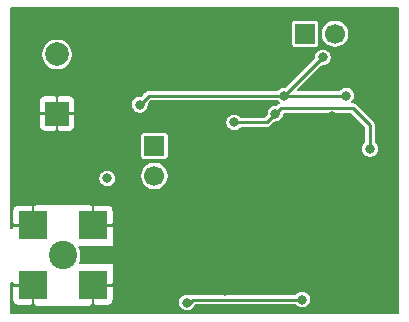
<source format=gbr>
G04 #@! TF.GenerationSoftware,KiCad,Pcbnew,(5.1.4)-1*
G04 #@! TF.CreationDate,2020-06-21T20:29:22+03:00*
G04 #@! TF.ProjectId,naa_g,6e61615f-672e-46b6-9963-61645f706362,rev?*
G04 #@! TF.SameCoordinates,Original*
G04 #@! TF.FileFunction,Copper,L2,Bot*
G04 #@! TF.FilePolarity,Positive*
%FSLAX46Y46*%
G04 Gerber Fmt 4.6, Leading zero omitted, Abs format (unit mm)*
G04 Created by KiCad (PCBNEW (5.1.4)-1) date 2020-06-21 20:29:22*
%MOMM*%
%LPD*%
G04 APERTURE LIST*
%ADD10R,2.000000X2.000000*%
%ADD11C,2.000000*%
%ADD12R,2.400000X2.400000*%
%ADD13C,2.400000*%
%ADD14R,1.700000X1.700000*%
%ADD15C,1.700000*%
%ADD16C,0.800000*%
%ADD17C,0.250000*%
%ADD18C,0.200000*%
G04 APERTURE END LIST*
D10*
X99500000Y-79500000D03*
D11*
X99500000Y-74500000D03*
D12*
X102540000Y-94040000D03*
X97460000Y-94040000D03*
D13*
X100000000Y-91500000D03*
D12*
X102540000Y-88960000D03*
X97460000Y-88960000D03*
D14*
X107750000Y-82250000D03*
D15*
X107750000Y-84790000D03*
D14*
X120500000Y-72750000D03*
D15*
X123040000Y-72750000D03*
D16*
X103750000Y-85000000D03*
X118000000Y-79500000D03*
X114500000Y-80250000D03*
X126000000Y-82500000D03*
X122750000Y-79750000D03*
X122750000Y-76250000D03*
X116500000Y-71000000D03*
X113500000Y-85250000D03*
X124250000Y-85750000D03*
X108250000Y-94750000D03*
X113750000Y-94500000D03*
X106000000Y-89750000D03*
X127000000Y-75500000D03*
X122000000Y-74750000D03*
X118750000Y-78000000D03*
X106500000Y-78750000D03*
X124000000Y-78000000D03*
X110500000Y-95500000D03*
X120250000Y-95250000D03*
D17*
X118000000Y-79500000D02*
X117500000Y-80000000D01*
X117500000Y-80000000D02*
X117250000Y-80250000D01*
X117250000Y-80250000D02*
X114500000Y-80250000D01*
X118475001Y-79024999D02*
X118000000Y-79500000D01*
X124524999Y-79024999D02*
X118475001Y-79024999D01*
X126000000Y-80500000D02*
X124524999Y-79024999D01*
X126000000Y-82500000D02*
X126000000Y-80500000D01*
X107250000Y-78000000D02*
X106500000Y-78750000D01*
X118750000Y-78000000D02*
X122000000Y-74750000D01*
X118750000Y-78000000D02*
X124000000Y-78000000D01*
X110250000Y-78000000D02*
X107250000Y-78000000D01*
X118750000Y-78000000D02*
X110250000Y-78000000D01*
X110750000Y-95500000D02*
X111000000Y-95250000D01*
X110500000Y-95500000D02*
X110750000Y-95500000D01*
X120250000Y-95250000D02*
X111000000Y-95250000D01*
D18*
G36*
X128400000Y-96400000D02*
G01*
X95600000Y-96400000D01*
X95600000Y-95240000D01*
X95707339Y-95240000D01*
X95717958Y-95347819D01*
X95749408Y-95451494D01*
X95800479Y-95547042D01*
X95869210Y-95630790D01*
X95952958Y-95699521D01*
X96048506Y-95750592D01*
X96152181Y-95782042D01*
X96260000Y-95792661D01*
X97297500Y-95790000D01*
X97435000Y-95652500D01*
X97435000Y-94065000D01*
X95847500Y-94065000D01*
X95710000Y-94202500D01*
X95707339Y-95240000D01*
X95600000Y-95240000D01*
X95600000Y-93850000D01*
X95709929Y-93850000D01*
X95710000Y-93877500D01*
X95847500Y-94015000D01*
X97435000Y-94015000D01*
X97435000Y-93995000D01*
X97485000Y-93995000D01*
X97485000Y-94015000D01*
X97505000Y-94015000D01*
X97505000Y-94065000D01*
X97485000Y-94065000D01*
X97485000Y-95652500D01*
X97622500Y-95790000D01*
X97668404Y-95790118D01*
X97676656Y-95805557D01*
X97689092Y-95820711D01*
X97704246Y-95833147D01*
X97721535Y-95842388D01*
X97740294Y-95848079D01*
X97759803Y-95850000D01*
X102259803Y-95850000D01*
X102279312Y-95848079D01*
X102298071Y-95842388D01*
X102315360Y-95833147D01*
X102330514Y-95820711D01*
X102342950Y-95805557D01*
X102351229Y-95790067D01*
X102377500Y-95790000D01*
X102515000Y-95652500D01*
X102515000Y-94065000D01*
X102565000Y-94065000D01*
X102565000Y-95652500D01*
X102702500Y-95790000D01*
X103740000Y-95792661D01*
X103847819Y-95782042D01*
X103951494Y-95750592D01*
X104047042Y-95699521D01*
X104130790Y-95630790D01*
X104199521Y-95547042D01*
X104250592Y-95451494D01*
X104258285Y-95426131D01*
X109750000Y-95426131D01*
X109750000Y-95573869D01*
X109778822Y-95718767D01*
X109835359Y-95855258D01*
X109917437Y-95978097D01*
X110021903Y-96082563D01*
X110144742Y-96164641D01*
X110281233Y-96221178D01*
X110426131Y-96250000D01*
X110573869Y-96250000D01*
X110718767Y-96221178D01*
X110855258Y-96164641D01*
X110978097Y-96082563D01*
X111082563Y-95978097D01*
X111164641Y-95855258D01*
X111218596Y-95725000D01*
X119665368Y-95725000D01*
X119667437Y-95728097D01*
X119771903Y-95832563D01*
X119894742Y-95914641D01*
X120031233Y-95971178D01*
X120176131Y-96000000D01*
X120323869Y-96000000D01*
X120468767Y-95971178D01*
X120605258Y-95914641D01*
X120728097Y-95832563D01*
X120832563Y-95728097D01*
X120914641Y-95605258D01*
X120971178Y-95468767D01*
X121000000Y-95323869D01*
X121000000Y-95176131D01*
X120971178Y-95031233D01*
X120914641Y-94894742D01*
X120832563Y-94771903D01*
X120728097Y-94667437D01*
X120605258Y-94585359D01*
X120468767Y-94528822D01*
X120323869Y-94500000D01*
X120176131Y-94500000D01*
X120031233Y-94528822D01*
X119894742Y-94585359D01*
X119771903Y-94667437D01*
X119667437Y-94771903D01*
X119665368Y-94775000D01*
X111023331Y-94775000D01*
X110999999Y-94772702D01*
X110906883Y-94781873D01*
X110879722Y-94790112D01*
X110817346Y-94809034D01*
X110806151Y-94815018D01*
X110718767Y-94778822D01*
X110573869Y-94750000D01*
X110426131Y-94750000D01*
X110281233Y-94778822D01*
X110144742Y-94835359D01*
X110021903Y-94917437D01*
X109917437Y-95021903D01*
X109835359Y-95144742D01*
X109778822Y-95281233D01*
X109750000Y-95426131D01*
X104258285Y-95426131D01*
X104282042Y-95347819D01*
X104292661Y-95240000D01*
X104290000Y-94202500D01*
X104152500Y-94065000D01*
X102565000Y-94065000D01*
X102515000Y-94065000D01*
X102495000Y-94065000D01*
X102495000Y-94015000D01*
X102515000Y-94015000D01*
X102515000Y-93995000D01*
X102565000Y-93995000D01*
X102565000Y-94015000D01*
X104152500Y-94015000D01*
X104290000Y-93877500D01*
X104290735Y-93591070D01*
X104305557Y-93583147D01*
X104320711Y-93570711D01*
X104333147Y-93555557D01*
X104342388Y-93538268D01*
X104348079Y-93519509D01*
X104350000Y-93500000D01*
X104350000Y-92250000D01*
X104348079Y-92230491D01*
X104342388Y-92211732D01*
X104333147Y-92194443D01*
X104320711Y-92179289D01*
X104305557Y-92166853D01*
X104288268Y-92157612D01*
X104269509Y-92151921D01*
X104250000Y-92150000D01*
X101408469Y-92150000D01*
X101490435Y-91952118D01*
X101550000Y-91652662D01*
X101550000Y-91347338D01*
X101490435Y-91047882D01*
X101382578Y-90787494D01*
X104250000Y-90787494D01*
X104269509Y-90785573D01*
X104288268Y-90779882D01*
X104305557Y-90770641D01*
X104320711Y-90758205D01*
X104333147Y-90743051D01*
X104342388Y-90725762D01*
X104348079Y-90707003D01*
X104350000Y-90687494D01*
X104350000Y-89437494D01*
X104348079Y-89417985D01*
X104342388Y-89399226D01*
X104333147Y-89381937D01*
X104320711Y-89366783D01*
X104305557Y-89354347D01*
X104290574Y-89346339D01*
X104290000Y-89122500D01*
X104152500Y-88985000D01*
X102565000Y-88985000D01*
X102565000Y-89005000D01*
X102515000Y-89005000D01*
X102515000Y-88985000D01*
X102495000Y-88985000D01*
X102495000Y-88935000D01*
X102515000Y-88935000D01*
X102515000Y-87347500D01*
X102565000Y-87347500D01*
X102565000Y-88935000D01*
X104152500Y-88935000D01*
X104290000Y-88797500D01*
X104292661Y-87760000D01*
X104282042Y-87652181D01*
X104250592Y-87548506D01*
X104199521Y-87452958D01*
X104130790Y-87369210D01*
X104047042Y-87300479D01*
X103951494Y-87249408D01*
X103847819Y-87217958D01*
X103740000Y-87207339D01*
X102702500Y-87210000D01*
X102565000Y-87347500D01*
X102515000Y-87347500D01*
X102377500Y-87210000D01*
X102341413Y-87209907D01*
X102333147Y-87194443D01*
X102320711Y-87179289D01*
X102305557Y-87166853D01*
X102288268Y-87157612D01*
X102269509Y-87151921D01*
X102250000Y-87150000D01*
X97750000Y-87150000D01*
X97730491Y-87151921D01*
X97711732Y-87157612D01*
X97694443Y-87166853D01*
X97679289Y-87179289D01*
X97666853Y-87194443D01*
X97658587Y-87209907D01*
X97622500Y-87210000D01*
X97485000Y-87347500D01*
X97485000Y-88935000D01*
X97505000Y-88935000D01*
X97505000Y-88985000D01*
X97485000Y-88985000D01*
X97485000Y-89005000D01*
X97435000Y-89005000D01*
X97435000Y-88985000D01*
X95847500Y-88985000D01*
X95710000Y-89122500D01*
X95709929Y-89150000D01*
X95600000Y-89150000D01*
X95600000Y-87760000D01*
X95707339Y-87760000D01*
X95710000Y-88797500D01*
X95847500Y-88935000D01*
X97435000Y-88935000D01*
X97435000Y-87347500D01*
X97297500Y-87210000D01*
X96260000Y-87207339D01*
X96152181Y-87217958D01*
X96048506Y-87249408D01*
X95952958Y-87300479D01*
X95869210Y-87369210D01*
X95800479Y-87452958D01*
X95749408Y-87548506D01*
X95717958Y-87652181D01*
X95707339Y-87760000D01*
X95600000Y-87760000D01*
X95600000Y-84926131D01*
X103000000Y-84926131D01*
X103000000Y-85073869D01*
X103028822Y-85218767D01*
X103085359Y-85355258D01*
X103167437Y-85478097D01*
X103271903Y-85582563D01*
X103394742Y-85664641D01*
X103531233Y-85721178D01*
X103676131Y-85750000D01*
X103823869Y-85750000D01*
X103968767Y-85721178D01*
X104105258Y-85664641D01*
X104228097Y-85582563D01*
X104332563Y-85478097D01*
X104414641Y-85355258D01*
X104471178Y-85218767D01*
X104500000Y-85073869D01*
X104500000Y-84926131D01*
X104471178Y-84781233D01*
X104425854Y-84671810D01*
X106550000Y-84671810D01*
X106550000Y-84908190D01*
X106596116Y-85140027D01*
X106686574Y-85358413D01*
X106817899Y-85554955D01*
X106985045Y-85722101D01*
X107181587Y-85853426D01*
X107399973Y-85943884D01*
X107631810Y-85990000D01*
X107868190Y-85990000D01*
X108100027Y-85943884D01*
X108318413Y-85853426D01*
X108514955Y-85722101D01*
X108682101Y-85554955D01*
X108813426Y-85358413D01*
X108903884Y-85140027D01*
X108950000Y-84908190D01*
X108950000Y-84671810D01*
X108903884Y-84439973D01*
X108813426Y-84221587D01*
X108682101Y-84025045D01*
X108514955Y-83857899D01*
X108318413Y-83726574D01*
X108100027Y-83636116D01*
X107868190Y-83590000D01*
X107631810Y-83590000D01*
X107399973Y-83636116D01*
X107181587Y-83726574D01*
X106985045Y-83857899D01*
X106817899Y-84025045D01*
X106686574Y-84221587D01*
X106596116Y-84439973D01*
X106550000Y-84671810D01*
X104425854Y-84671810D01*
X104414641Y-84644742D01*
X104332563Y-84521903D01*
X104228097Y-84417437D01*
X104105258Y-84335359D01*
X103968767Y-84278822D01*
X103823869Y-84250000D01*
X103676131Y-84250000D01*
X103531233Y-84278822D01*
X103394742Y-84335359D01*
X103271903Y-84417437D01*
X103167437Y-84521903D01*
X103085359Y-84644742D01*
X103028822Y-84781233D01*
X103000000Y-84926131D01*
X95600000Y-84926131D01*
X95600000Y-81400000D01*
X106548307Y-81400000D01*
X106548307Y-83100000D01*
X106555065Y-83168612D01*
X106575078Y-83234587D01*
X106607578Y-83295390D01*
X106651315Y-83348685D01*
X106704610Y-83392422D01*
X106765413Y-83424922D01*
X106831388Y-83444935D01*
X106900000Y-83451693D01*
X108600000Y-83451693D01*
X108668612Y-83444935D01*
X108734587Y-83424922D01*
X108795390Y-83392422D01*
X108848685Y-83348685D01*
X108892422Y-83295390D01*
X108924922Y-83234587D01*
X108944935Y-83168612D01*
X108951693Y-83100000D01*
X108951693Y-81400000D01*
X108944935Y-81331388D01*
X108924922Y-81265413D01*
X108892422Y-81204610D01*
X108848685Y-81151315D01*
X108795390Y-81107578D01*
X108734587Y-81075078D01*
X108668612Y-81055065D01*
X108600000Y-81048307D01*
X106900000Y-81048307D01*
X106831388Y-81055065D01*
X106765413Y-81075078D01*
X106704610Y-81107578D01*
X106651315Y-81151315D01*
X106607578Y-81204610D01*
X106575078Y-81265413D01*
X106555065Y-81331388D01*
X106548307Y-81400000D01*
X95600000Y-81400000D01*
X95600000Y-80500000D01*
X97947339Y-80500000D01*
X97957958Y-80607819D01*
X97989408Y-80711494D01*
X98040479Y-80807042D01*
X98109210Y-80890790D01*
X98192958Y-80959521D01*
X98288506Y-81010592D01*
X98392181Y-81042042D01*
X98500000Y-81052661D01*
X99337500Y-81050000D01*
X99475000Y-80912500D01*
X99475000Y-79525000D01*
X99525000Y-79525000D01*
X99525000Y-80912500D01*
X99662500Y-81050000D01*
X100500000Y-81052661D01*
X100607819Y-81042042D01*
X100711494Y-81010592D01*
X100807042Y-80959521D01*
X100890790Y-80890790D01*
X100959521Y-80807042D01*
X101010592Y-80711494D01*
X101042042Y-80607819D01*
X101052661Y-80500000D01*
X101050000Y-79662500D01*
X100912500Y-79525000D01*
X99525000Y-79525000D01*
X99475000Y-79525000D01*
X98087500Y-79525000D01*
X97950000Y-79662500D01*
X97947339Y-80500000D01*
X95600000Y-80500000D01*
X95600000Y-78500000D01*
X97947339Y-78500000D01*
X97950000Y-79337500D01*
X98087500Y-79475000D01*
X99475000Y-79475000D01*
X99475000Y-78087500D01*
X99525000Y-78087500D01*
X99525000Y-79475000D01*
X100912500Y-79475000D01*
X101050000Y-79337500D01*
X101052101Y-78676131D01*
X105750000Y-78676131D01*
X105750000Y-78823869D01*
X105778822Y-78968767D01*
X105835359Y-79105258D01*
X105917437Y-79228097D01*
X106021903Y-79332563D01*
X106144742Y-79414641D01*
X106281233Y-79471178D01*
X106426131Y-79500000D01*
X106573869Y-79500000D01*
X106718767Y-79471178D01*
X106855258Y-79414641D01*
X106978097Y-79332563D01*
X107082563Y-79228097D01*
X107164641Y-79105258D01*
X107221178Y-78968767D01*
X107250000Y-78823869D01*
X107250000Y-78676131D01*
X107249273Y-78672477D01*
X107446751Y-78475000D01*
X118165368Y-78475000D01*
X118167437Y-78478097D01*
X118271903Y-78582563D01*
X118282211Y-78589450D01*
X118263603Y-78599397D01*
X118209828Y-78628140D01*
X118137500Y-78687498D01*
X118122626Y-78705623D01*
X118077522Y-78750727D01*
X118073869Y-78750000D01*
X117926131Y-78750000D01*
X117781233Y-78778822D01*
X117644742Y-78835359D01*
X117521903Y-78917437D01*
X117417437Y-79021903D01*
X117335359Y-79144742D01*
X117278822Y-79281233D01*
X117250000Y-79426131D01*
X117250000Y-79573869D01*
X117250727Y-79577523D01*
X117053250Y-79775000D01*
X115084632Y-79775000D01*
X115082563Y-79771903D01*
X114978097Y-79667437D01*
X114855258Y-79585359D01*
X114718767Y-79528822D01*
X114573869Y-79500000D01*
X114426131Y-79500000D01*
X114281233Y-79528822D01*
X114144742Y-79585359D01*
X114021903Y-79667437D01*
X113917437Y-79771903D01*
X113835359Y-79894742D01*
X113778822Y-80031233D01*
X113750000Y-80176131D01*
X113750000Y-80323869D01*
X113778822Y-80468767D01*
X113835359Y-80605258D01*
X113917437Y-80728097D01*
X114021903Y-80832563D01*
X114144742Y-80914641D01*
X114281233Y-80971178D01*
X114426131Y-81000000D01*
X114573869Y-81000000D01*
X114718767Y-80971178D01*
X114855258Y-80914641D01*
X114978097Y-80832563D01*
X115082563Y-80728097D01*
X115084632Y-80725000D01*
X117226668Y-80725000D01*
X117250000Y-80727298D01*
X117273332Y-80725000D01*
X117343116Y-80718127D01*
X117432654Y-80690966D01*
X117515173Y-80646859D01*
X117587501Y-80587501D01*
X117602384Y-80569366D01*
X117922477Y-80249273D01*
X117926131Y-80250000D01*
X118073869Y-80250000D01*
X118218767Y-80221178D01*
X118355258Y-80164641D01*
X118478097Y-80082563D01*
X118582563Y-79978097D01*
X118664641Y-79855258D01*
X118721178Y-79718767D01*
X118750000Y-79573869D01*
X118750000Y-79499999D01*
X124328249Y-79499999D01*
X125525001Y-80696752D01*
X125525000Y-81915367D01*
X125521903Y-81917437D01*
X125417437Y-82021903D01*
X125335359Y-82144742D01*
X125278822Y-82281233D01*
X125250000Y-82426131D01*
X125250000Y-82573869D01*
X125278822Y-82718767D01*
X125335359Y-82855258D01*
X125417437Y-82978097D01*
X125521903Y-83082563D01*
X125644742Y-83164641D01*
X125781233Y-83221178D01*
X125926131Y-83250000D01*
X126073869Y-83250000D01*
X126218767Y-83221178D01*
X126355258Y-83164641D01*
X126478097Y-83082563D01*
X126582563Y-82978097D01*
X126664641Y-82855258D01*
X126721178Y-82718767D01*
X126750000Y-82573869D01*
X126750000Y-82426131D01*
X126721178Y-82281233D01*
X126664641Y-82144742D01*
X126582563Y-82021903D01*
X126478097Y-81917437D01*
X126475000Y-81915368D01*
X126475000Y-80523331D01*
X126477298Y-80499999D01*
X126468127Y-80406883D01*
X126448783Y-80343116D01*
X126440966Y-80317346D01*
X126396859Y-80234827D01*
X126337501Y-80162499D01*
X126319371Y-80147620D01*
X124877383Y-78705633D01*
X124862500Y-78687498D01*
X124790172Y-78628140D01*
X124707653Y-78584033D01*
X124618115Y-78556872D01*
X124548331Y-78549999D01*
X124524999Y-78547701D01*
X124511644Y-78549016D01*
X124582563Y-78478097D01*
X124664641Y-78355258D01*
X124721178Y-78218767D01*
X124750000Y-78073869D01*
X124750000Y-77926131D01*
X124721178Y-77781233D01*
X124664641Y-77644742D01*
X124582563Y-77521903D01*
X124478097Y-77417437D01*
X124355258Y-77335359D01*
X124218767Y-77278822D01*
X124073869Y-77250000D01*
X123926131Y-77250000D01*
X123781233Y-77278822D01*
X123644742Y-77335359D01*
X123521903Y-77417437D01*
X123417437Y-77521903D01*
X123415368Y-77525000D01*
X119896750Y-77525000D01*
X121922478Y-75499273D01*
X121926131Y-75500000D01*
X122073869Y-75500000D01*
X122218767Y-75471178D01*
X122355258Y-75414641D01*
X122478097Y-75332563D01*
X122582563Y-75228097D01*
X122664641Y-75105258D01*
X122721178Y-74968767D01*
X122750000Y-74823869D01*
X122750000Y-74676131D01*
X122721178Y-74531233D01*
X122664641Y-74394742D01*
X122582563Y-74271903D01*
X122478097Y-74167437D01*
X122355258Y-74085359D01*
X122218767Y-74028822D01*
X122073869Y-74000000D01*
X121926131Y-74000000D01*
X121781233Y-74028822D01*
X121644742Y-74085359D01*
X121521903Y-74167437D01*
X121417437Y-74271903D01*
X121335359Y-74394742D01*
X121278822Y-74531233D01*
X121250000Y-74676131D01*
X121250000Y-74823869D01*
X121250727Y-74827522D01*
X118827523Y-77250727D01*
X118823869Y-77250000D01*
X118676131Y-77250000D01*
X118531233Y-77278822D01*
X118394742Y-77335359D01*
X118271903Y-77417437D01*
X118167437Y-77521903D01*
X118165368Y-77525000D01*
X107273331Y-77525000D01*
X107249999Y-77522702D01*
X107156883Y-77531873D01*
X107129722Y-77540112D01*
X107067346Y-77559034D01*
X106984827Y-77603141D01*
X106912499Y-77662499D01*
X106897620Y-77680629D01*
X106577523Y-78000727D01*
X106573869Y-78000000D01*
X106426131Y-78000000D01*
X106281233Y-78028822D01*
X106144742Y-78085359D01*
X106021903Y-78167437D01*
X105917437Y-78271903D01*
X105835359Y-78394742D01*
X105778822Y-78531233D01*
X105750000Y-78676131D01*
X101052101Y-78676131D01*
X101052661Y-78500000D01*
X101042042Y-78392181D01*
X101010592Y-78288506D01*
X100959521Y-78192958D01*
X100890790Y-78109210D01*
X100807042Y-78040479D01*
X100711494Y-77989408D01*
X100607819Y-77957958D01*
X100500000Y-77947339D01*
X99662500Y-77950000D01*
X99525000Y-78087500D01*
X99475000Y-78087500D01*
X99337500Y-77950000D01*
X98500000Y-77947339D01*
X98392181Y-77957958D01*
X98288506Y-77989408D01*
X98192958Y-78040479D01*
X98109210Y-78109210D01*
X98040479Y-78192958D01*
X97989408Y-78288506D01*
X97957958Y-78392181D01*
X97947339Y-78500000D01*
X95600000Y-78500000D01*
X95600000Y-74367037D01*
X98150000Y-74367037D01*
X98150000Y-74632963D01*
X98201880Y-74893780D01*
X98303646Y-75139465D01*
X98451387Y-75360575D01*
X98639425Y-75548613D01*
X98860535Y-75696354D01*
X99106220Y-75798120D01*
X99367037Y-75850000D01*
X99632963Y-75850000D01*
X99893780Y-75798120D01*
X100139465Y-75696354D01*
X100360575Y-75548613D01*
X100548613Y-75360575D01*
X100696354Y-75139465D01*
X100798120Y-74893780D01*
X100850000Y-74632963D01*
X100850000Y-74367037D01*
X100798120Y-74106220D01*
X100696354Y-73860535D01*
X100548613Y-73639425D01*
X100360575Y-73451387D01*
X100139465Y-73303646D01*
X99893780Y-73201880D01*
X99632963Y-73150000D01*
X99367037Y-73150000D01*
X99106220Y-73201880D01*
X98860535Y-73303646D01*
X98639425Y-73451387D01*
X98451387Y-73639425D01*
X98303646Y-73860535D01*
X98201880Y-74106220D01*
X98150000Y-74367037D01*
X95600000Y-74367037D01*
X95600000Y-71900000D01*
X119298307Y-71900000D01*
X119298307Y-73600000D01*
X119305065Y-73668612D01*
X119325078Y-73734587D01*
X119357578Y-73795390D01*
X119401315Y-73848685D01*
X119454610Y-73892422D01*
X119515413Y-73924922D01*
X119581388Y-73944935D01*
X119650000Y-73951693D01*
X121350000Y-73951693D01*
X121418612Y-73944935D01*
X121484587Y-73924922D01*
X121545390Y-73892422D01*
X121598685Y-73848685D01*
X121642422Y-73795390D01*
X121674922Y-73734587D01*
X121694935Y-73668612D01*
X121701693Y-73600000D01*
X121701693Y-72631810D01*
X121840000Y-72631810D01*
X121840000Y-72868190D01*
X121886116Y-73100027D01*
X121976574Y-73318413D01*
X122107899Y-73514955D01*
X122275045Y-73682101D01*
X122471587Y-73813426D01*
X122689973Y-73903884D01*
X122921810Y-73950000D01*
X123158190Y-73950000D01*
X123390027Y-73903884D01*
X123608413Y-73813426D01*
X123804955Y-73682101D01*
X123972101Y-73514955D01*
X124103426Y-73318413D01*
X124193884Y-73100027D01*
X124240000Y-72868190D01*
X124240000Y-72631810D01*
X124193884Y-72399973D01*
X124103426Y-72181587D01*
X123972101Y-71985045D01*
X123804955Y-71817899D01*
X123608413Y-71686574D01*
X123390027Y-71596116D01*
X123158190Y-71550000D01*
X122921810Y-71550000D01*
X122689973Y-71596116D01*
X122471587Y-71686574D01*
X122275045Y-71817899D01*
X122107899Y-71985045D01*
X121976574Y-72181587D01*
X121886116Y-72399973D01*
X121840000Y-72631810D01*
X121701693Y-72631810D01*
X121701693Y-71900000D01*
X121694935Y-71831388D01*
X121674922Y-71765413D01*
X121642422Y-71704610D01*
X121598685Y-71651315D01*
X121545390Y-71607578D01*
X121484587Y-71575078D01*
X121418612Y-71555065D01*
X121350000Y-71548307D01*
X119650000Y-71548307D01*
X119581388Y-71555065D01*
X119515413Y-71575078D01*
X119454610Y-71607578D01*
X119401315Y-71651315D01*
X119357578Y-71704610D01*
X119325078Y-71765413D01*
X119305065Y-71831388D01*
X119298307Y-71900000D01*
X95600000Y-71900000D01*
X95600000Y-70600000D01*
X128400000Y-70600000D01*
X128400000Y-96400000D01*
X128400000Y-96400000D01*
G37*
X128400000Y-96400000D02*
X95600000Y-96400000D01*
X95600000Y-95240000D01*
X95707339Y-95240000D01*
X95717958Y-95347819D01*
X95749408Y-95451494D01*
X95800479Y-95547042D01*
X95869210Y-95630790D01*
X95952958Y-95699521D01*
X96048506Y-95750592D01*
X96152181Y-95782042D01*
X96260000Y-95792661D01*
X97297500Y-95790000D01*
X97435000Y-95652500D01*
X97435000Y-94065000D01*
X95847500Y-94065000D01*
X95710000Y-94202500D01*
X95707339Y-95240000D01*
X95600000Y-95240000D01*
X95600000Y-93850000D01*
X95709929Y-93850000D01*
X95710000Y-93877500D01*
X95847500Y-94015000D01*
X97435000Y-94015000D01*
X97435000Y-93995000D01*
X97485000Y-93995000D01*
X97485000Y-94015000D01*
X97505000Y-94015000D01*
X97505000Y-94065000D01*
X97485000Y-94065000D01*
X97485000Y-95652500D01*
X97622500Y-95790000D01*
X97668404Y-95790118D01*
X97676656Y-95805557D01*
X97689092Y-95820711D01*
X97704246Y-95833147D01*
X97721535Y-95842388D01*
X97740294Y-95848079D01*
X97759803Y-95850000D01*
X102259803Y-95850000D01*
X102279312Y-95848079D01*
X102298071Y-95842388D01*
X102315360Y-95833147D01*
X102330514Y-95820711D01*
X102342950Y-95805557D01*
X102351229Y-95790067D01*
X102377500Y-95790000D01*
X102515000Y-95652500D01*
X102515000Y-94065000D01*
X102565000Y-94065000D01*
X102565000Y-95652500D01*
X102702500Y-95790000D01*
X103740000Y-95792661D01*
X103847819Y-95782042D01*
X103951494Y-95750592D01*
X104047042Y-95699521D01*
X104130790Y-95630790D01*
X104199521Y-95547042D01*
X104250592Y-95451494D01*
X104258285Y-95426131D01*
X109750000Y-95426131D01*
X109750000Y-95573869D01*
X109778822Y-95718767D01*
X109835359Y-95855258D01*
X109917437Y-95978097D01*
X110021903Y-96082563D01*
X110144742Y-96164641D01*
X110281233Y-96221178D01*
X110426131Y-96250000D01*
X110573869Y-96250000D01*
X110718767Y-96221178D01*
X110855258Y-96164641D01*
X110978097Y-96082563D01*
X111082563Y-95978097D01*
X111164641Y-95855258D01*
X111218596Y-95725000D01*
X119665368Y-95725000D01*
X119667437Y-95728097D01*
X119771903Y-95832563D01*
X119894742Y-95914641D01*
X120031233Y-95971178D01*
X120176131Y-96000000D01*
X120323869Y-96000000D01*
X120468767Y-95971178D01*
X120605258Y-95914641D01*
X120728097Y-95832563D01*
X120832563Y-95728097D01*
X120914641Y-95605258D01*
X120971178Y-95468767D01*
X121000000Y-95323869D01*
X121000000Y-95176131D01*
X120971178Y-95031233D01*
X120914641Y-94894742D01*
X120832563Y-94771903D01*
X120728097Y-94667437D01*
X120605258Y-94585359D01*
X120468767Y-94528822D01*
X120323869Y-94500000D01*
X120176131Y-94500000D01*
X120031233Y-94528822D01*
X119894742Y-94585359D01*
X119771903Y-94667437D01*
X119667437Y-94771903D01*
X119665368Y-94775000D01*
X111023331Y-94775000D01*
X110999999Y-94772702D01*
X110906883Y-94781873D01*
X110879722Y-94790112D01*
X110817346Y-94809034D01*
X110806151Y-94815018D01*
X110718767Y-94778822D01*
X110573869Y-94750000D01*
X110426131Y-94750000D01*
X110281233Y-94778822D01*
X110144742Y-94835359D01*
X110021903Y-94917437D01*
X109917437Y-95021903D01*
X109835359Y-95144742D01*
X109778822Y-95281233D01*
X109750000Y-95426131D01*
X104258285Y-95426131D01*
X104282042Y-95347819D01*
X104292661Y-95240000D01*
X104290000Y-94202500D01*
X104152500Y-94065000D01*
X102565000Y-94065000D01*
X102515000Y-94065000D01*
X102495000Y-94065000D01*
X102495000Y-94015000D01*
X102515000Y-94015000D01*
X102515000Y-93995000D01*
X102565000Y-93995000D01*
X102565000Y-94015000D01*
X104152500Y-94015000D01*
X104290000Y-93877500D01*
X104290735Y-93591070D01*
X104305557Y-93583147D01*
X104320711Y-93570711D01*
X104333147Y-93555557D01*
X104342388Y-93538268D01*
X104348079Y-93519509D01*
X104350000Y-93500000D01*
X104350000Y-92250000D01*
X104348079Y-92230491D01*
X104342388Y-92211732D01*
X104333147Y-92194443D01*
X104320711Y-92179289D01*
X104305557Y-92166853D01*
X104288268Y-92157612D01*
X104269509Y-92151921D01*
X104250000Y-92150000D01*
X101408469Y-92150000D01*
X101490435Y-91952118D01*
X101550000Y-91652662D01*
X101550000Y-91347338D01*
X101490435Y-91047882D01*
X101382578Y-90787494D01*
X104250000Y-90787494D01*
X104269509Y-90785573D01*
X104288268Y-90779882D01*
X104305557Y-90770641D01*
X104320711Y-90758205D01*
X104333147Y-90743051D01*
X104342388Y-90725762D01*
X104348079Y-90707003D01*
X104350000Y-90687494D01*
X104350000Y-89437494D01*
X104348079Y-89417985D01*
X104342388Y-89399226D01*
X104333147Y-89381937D01*
X104320711Y-89366783D01*
X104305557Y-89354347D01*
X104290574Y-89346339D01*
X104290000Y-89122500D01*
X104152500Y-88985000D01*
X102565000Y-88985000D01*
X102565000Y-89005000D01*
X102515000Y-89005000D01*
X102515000Y-88985000D01*
X102495000Y-88985000D01*
X102495000Y-88935000D01*
X102515000Y-88935000D01*
X102515000Y-87347500D01*
X102565000Y-87347500D01*
X102565000Y-88935000D01*
X104152500Y-88935000D01*
X104290000Y-88797500D01*
X104292661Y-87760000D01*
X104282042Y-87652181D01*
X104250592Y-87548506D01*
X104199521Y-87452958D01*
X104130790Y-87369210D01*
X104047042Y-87300479D01*
X103951494Y-87249408D01*
X103847819Y-87217958D01*
X103740000Y-87207339D01*
X102702500Y-87210000D01*
X102565000Y-87347500D01*
X102515000Y-87347500D01*
X102377500Y-87210000D01*
X102341413Y-87209907D01*
X102333147Y-87194443D01*
X102320711Y-87179289D01*
X102305557Y-87166853D01*
X102288268Y-87157612D01*
X102269509Y-87151921D01*
X102250000Y-87150000D01*
X97750000Y-87150000D01*
X97730491Y-87151921D01*
X97711732Y-87157612D01*
X97694443Y-87166853D01*
X97679289Y-87179289D01*
X97666853Y-87194443D01*
X97658587Y-87209907D01*
X97622500Y-87210000D01*
X97485000Y-87347500D01*
X97485000Y-88935000D01*
X97505000Y-88935000D01*
X97505000Y-88985000D01*
X97485000Y-88985000D01*
X97485000Y-89005000D01*
X97435000Y-89005000D01*
X97435000Y-88985000D01*
X95847500Y-88985000D01*
X95710000Y-89122500D01*
X95709929Y-89150000D01*
X95600000Y-89150000D01*
X95600000Y-87760000D01*
X95707339Y-87760000D01*
X95710000Y-88797500D01*
X95847500Y-88935000D01*
X97435000Y-88935000D01*
X97435000Y-87347500D01*
X97297500Y-87210000D01*
X96260000Y-87207339D01*
X96152181Y-87217958D01*
X96048506Y-87249408D01*
X95952958Y-87300479D01*
X95869210Y-87369210D01*
X95800479Y-87452958D01*
X95749408Y-87548506D01*
X95717958Y-87652181D01*
X95707339Y-87760000D01*
X95600000Y-87760000D01*
X95600000Y-84926131D01*
X103000000Y-84926131D01*
X103000000Y-85073869D01*
X103028822Y-85218767D01*
X103085359Y-85355258D01*
X103167437Y-85478097D01*
X103271903Y-85582563D01*
X103394742Y-85664641D01*
X103531233Y-85721178D01*
X103676131Y-85750000D01*
X103823869Y-85750000D01*
X103968767Y-85721178D01*
X104105258Y-85664641D01*
X104228097Y-85582563D01*
X104332563Y-85478097D01*
X104414641Y-85355258D01*
X104471178Y-85218767D01*
X104500000Y-85073869D01*
X104500000Y-84926131D01*
X104471178Y-84781233D01*
X104425854Y-84671810D01*
X106550000Y-84671810D01*
X106550000Y-84908190D01*
X106596116Y-85140027D01*
X106686574Y-85358413D01*
X106817899Y-85554955D01*
X106985045Y-85722101D01*
X107181587Y-85853426D01*
X107399973Y-85943884D01*
X107631810Y-85990000D01*
X107868190Y-85990000D01*
X108100027Y-85943884D01*
X108318413Y-85853426D01*
X108514955Y-85722101D01*
X108682101Y-85554955D01*
X108813426Y-85358413D01*
X108903884Y-85140027D01*
X108950000Y-84908190D01*
X108950000Y-84671810D01*
X108903884Y-84439973D01*
X108813426Y-84221587D01*
X108682101Y-84025045D01*
X108514955Y-83857899D01*
X108318413Y-83726574D01*
X108100027Y-83636116D01*
X107868190Y-83590000D01*
X107631810Y-83590000D01*
X107399973Y-83636116D01*
X107181587Y-83726574D01*
X106985045Y-83857899D01*
X106817899Y-84025045D01*
X106686574Y-84221587D01*
X106596116Y-84439973D01*
X106550000Y-84671810D01*
X104425854Y-84671810D01*
X104414641Y-84644742D01*
X104332563Y-84521903D01*
X104228097Y-84417437D01*
X104105258Y-84335359D01*
X103968767Y-84278822D01*
X103823869Y-84250000D01*
X103676131Y-84250000D01*
X103531233Y-84278822D01*
X103394742Y-84335359D01*
X103271903Y-84417437D01*
X103167437Y-84521903D01*
X103085359Y-84644742D01*
X103028822Y-84781233D01*
X103000000Y-84926131D01*
X95600000Y-84926131D01*
X95600000Y-81400000D01*
X106548307Y-81400000D01*
X106548307Y-83100000D01*
X106555065Y-83168612D01*
X106575078Y-83234587D01*
X106607578Y-83295390D01*
X106651315Y-83348685D01*
X106704610Y-83392422D01*
X106765413Y-83424922D01*
X106831388Y-83444935D01*
X106900000Y-83451693D01*
X108600000Y-83451693D01*
X108668612Y-83444935D01*
X108734587Y-83424922D01*
X108795390Y-83392422D01*
X108848685Y-83348685D01*
X108892422Y-83295390D01*
X108924922Y-83234587D01*
X108944935Y-83168612D01*
X108951693Y-83100000D01*
X108951693Y-81400000D01*
X108944935Y-81331388D01*
X108924922Y-81265413D01*
X108892422Y-81204610D01*
X108848685Y-81151315D01*
X108795390Y-81107578D01*
X108734587Y-81075078D01*
X108668612Y-81055065D01*
X108600000Y-81048307D01*
X106900000Y-81048307D01*
X106831388Y-81055065D01*
X106765413Y-81075078D01*
X106704610Y-81107578D01*
X106651315Y-81151315D01*
X106607578Y-81204610D01*
X106575078Y-81265413D01*
X106555065Y-81331388D01*
X106548307Y-81400000D01*
X95600000Y-81400000D01*
X95600000Y-80500000D01*
X97947339Y-80500000D01*
X97957958Y-80607819D01*
X97989408Y-80711494D01*
X98040479Y-80807042D01*
X98109210Y-80890790D01*
X98192958Y-80959521D01*
X98288506Y-81010592D01*
X98392181Y-81042042D01*
X98500000Y-81052661D01*
X99337500Y-81050000D01*
X99475000Y-80912500D01*
X99475000Y-79525000D01*
X99525000Y-79525000D01*
X99525000Y-80912500D01*
X99662500Y-81050000D01*
X100500000Y-81052661D01*
X100607819Y-81042042D01*
X100711494Y-81010592D01*
X100807042Y-80959521D01*
X100890790Y-80890790D01*
X100959521Y-80807042D01*
X101010592Y-80711494D01*
X101042042Y-80607819D01*
X101052661Y-80500000D01*
X101050000Y-79662500D01*
X100912500Y-79525000D01*
X99525000Y-79525000D01*
X99475000Y-79525000D01*
X98087500Y-79525000D01*
X97950000Y-79662500D01*
X97947339Y-80500000D01*
X95600000Y-80500000D01*
X95600000Y-78500000D01*
X97947339Y-78500000D01*
X97950000Y-79337500D01*
X98087500Y-79475000D01*
X99475000Y-79475000D01*
X99475000Y-78087500D01*
X99525000Y-78087500D01*
X99525000Y-79475000D01*
X100912500Y-79475000D01*
X101050000Y-79337500D01*
X101052101Y-78676131D01*
X105750000Y-78676131D01*
X105750000Y-78823869D01*
X105778822Y-78968767D01*
X105835359Y-79105258D01*
X105917437Y-79228097D01*
X106021903Y-79332563D01*
X106144742Y-79414641D01*
X106281233Y-79471178D01*
X106426131Y-79500000D01*
X106573869Y-79500000D01*
X106718767Y-79471178D01*
X106855258Y-79414641D01*
X106978097Y-79332563D01*
X107082563Y-79228097D01*
X107164641Y-79105258D01*
X107221178Y-78968767D01*
X107250000Y-78823869D01*
X107250000Y-78676131D01*
X107249273Y-78672477D01*
X107446751Y-78475000D01*
X118165368Y-78475000D01*
X118167437Y-78478097D01*
X118271903Y-78582563D01*
X118282211Y-78589450D01*
X118263603Y-78599397D01*
X118209828Y-78628140D01*
X118137500Y-78687498D01*
X118122626Y-78705623D01*
X118077522Y-78750727D01*
X118073869Y-78750000D01*
X117926131Y-78750000D01*
X117781233Y-78778822D01*
X117644742Y-78835359D01*
X117521903Y-78917437D01*
X117417437Y-79021903D01*
X117335359Y-79144742D01*
X117278822Y-79281233D01*
X117250000Y-79426131D01*
X117250000Y-79573869D01*
X117250727Y-79577523D01*
X117053250Y-79775000D01*
X115084632Y-79775000D01*
X115082563Y-79771903D01*
X114978097Y-79667437D01*
X114855258Y-79585359D01*
X114718767Y-79528822D01*
X114573869Y-79500000D01*
X114426131Y-79500000D01*
X114281233Y-79528822D01*
X114144742Y-79585359D01*
X114021903Y-79667437D01*
X113917437Y-79771903D01*
X113835359Y-79894742D01*
X113778822Y-80031233D01*
X113750000Y-80176131D01*
X113750000Y-80323869D01*
X113778822Y-80468767D01*
X113835359Y-80605258D01*
X113917437Y-80728097D01*
X114021903Y-80832563D01*
X114144742Y-80914641D01*
X114281233Y-80971178D01*
X114426131Y-81000000D01*
X114573869Y-81000000D01*
X114718767Y-80971178D01*
X114855258Y-80914641D01*
X114978097Y-80832563D01*
X115082563Y-80728097D01*
X115084632Y-80725000D01*
X117226668Y-80725000D01*
X117250000Y-80727298D01*
X117273332Y-80725000D01*
X117343116Y-80718127D01*
X117432654Y-80690966D01*
X117515173Y-80646859D01*
X117587501Y-80587501D01*
X117602384Y-80569366D01*
X117922477Y-80249273D01*
X117926131Y-80250000D01*
X118073869Y-80250000D01*
X118218767Y-80221178D01*
X118355258Y-80164641D01*
X118478097Y-80082563D01*
X118582563Y-79978097D01*
X118664641Y-79855258D01*
X118721178Y-79718767D01*
X118750000Y-79573869D01*
X118750000Y-79499999D01*
X124328249Y-79499999D01*
X125525001Y-80696752D01*
X125525000Y-81915367D01*
X125521903Y-81917437D01*
X125417437Y-82021903D01*
X125335359Y-82144742D01*
X125278822Y-82281233D01*
X125250000Y-82426131D01*
X125250000Y-82573869D01*
X125278822Y-82718767D01*
X125335359Y-82855258D01*
X125417437Y-82978097D01*
X125521903Y-83082563D01*
X125644742Y-83164641D01*
X125781233Y-83221178D01*
X125926131Y-83250000D01*
X126073869Y-83250000D01*
X126218767Y-83221178D01*
X126355258Y-83164641D01*
X126478097Y-83082563D01*
X126582563Y-82978097D01*
X126664641Y-82855258D01*
X126721178Y-82718767D01*
X126750000Y-82573869D01*
X126750000Y-82426131D01*
X126721178Y-82281233D01*
X126664641Y-82144742D01*
X126582563Y-82021903D01*
X126478097Y-81917437D01*
X126475000Y-81915368D01*
X126475000Y-80523331D01*
X126477298Y-80499999D01*
X126468127Y-80406883D01*
X126448783Y-80343116D01*
X126440966Y-80317346D01*
X126396859Y-80234827D01*
X126337501Y-80162499D01*
X126319371Y-80147620D01*
X124877383Y-78705633D01*
X124862500Y-78687498D01*
X124790172Y-78628140D01*
X124707653Y-78584033D01*
X124618115Y-78556872D01*
X124548331Y-78549999D01*
X124524999Y-78547701D01*
X124511644Y-78549016D01*
X124582563Y-78478097D01*
X124664641Y-78355258D01*
X124721178Y-78218767D01*
X124750000Y-78073869D01*
X124750000Y-77926131D01*
X124721178Y-77781233D01*
X124664641Y-77644742D01*
X124582563Y-77521903D01*
X124478097Y-77417437D01*
X124355258Y-77335359D01*
X124218767Y-77278822D01*
X124073869Y-77250000D01*
X123926131Y-77250000D01*
X123781233Y-77278822D01*
X123644742Y-77335359D01*
X123521903Y-77417437D01*
X123417437Y-77521903D01*
X123415368Y-77525000D01*
X119896750Y-77525000D01*
X121922478Y-75499273D01*
X121926131Y-75500000D01*
X122073869Y-75500000D01*
X122218767Y-75471178D01*
X122355258Y-75414641D01*
X122478097Y-75332563D01*
X122582563Y-75228097D01*
X122664641Y-75105258D01*
X122721178Y-74968767D01*
X122750000Y-74823869D01*
X122750000Y-74676131D01*
X122721178Y-74531233D01*
X122664641Y-74394742D01*
X122582563Y-74271903D01*
X122478097Y-74167437D01*
X122355258Y-74085359D01*
X122218767Y-74028822D01*
X122073869Y-74000000D01*
X121926131Y-74000000D01*
X121781233Y-74028822D01*
X121644742Y-74085359D01*
X121521903Y-74167437D01*
X121417437Y-74271903D01*
X121335359Y-74394742D01*
X121278822Y-74531233D01*
X121250000Y-74676131D01*
X121250000Y-74823869D01*
X121250727Y-74827522D01*
X118827523Y-77250727D01*
X118823869Y-77250000D01*
X118676131Y-77250000D01*
X118531233Y-77278822D01*
X118394742Y-77335359D01*
X118271903Y-77417437D01*
X118167437Y-77521903D01*
X118165368Y-77525000D01*
X107273331Y-77525000D01*
X107249999Y-77522702D01*
X107156883Y-77531873D01*
X107129722Y-77540112D01*
X107067346Y-77559034D01*
X106984827Y-77603141D01*
X106912499Y-77662499D01*
X106897620Y-77680629D01*
X106577523Y-78000727D01*
X106573869Y-78000000D01*
X106426131Y-78000000D01*
X106281233Y-78028822D01*
X106144742Y-78085359D01*
X106021903Y-78167437D01*
X105917437Y-78271903D01*
X105835359Y-78394742D01*
X105778822Y-78531233D01*
X105750000Y-78676131D01*
X101052101Y-78676131D01*
X101052661Y-78500000D01*
X101042042Y-78392181D01*
X101010592Y-78288506D01*
X100959521Y-78192958D01*
X100890790Y-78109210D01*
X100807042Y-78040479D01*
X100711494Y-77989408D01*
X100607819Y-77957958D01*
X100500000Y-77947339D01*
X99662500Y-77950000D01*
X99525000Y-78087500D01*
X99475000Y-78087500D01*
X99337500Y-77950000D01*
X98500000Y-77947339D01*
X98392181Y-77957958D01*
X98288506Y-77989408D01*
X98192958Y-78040479D01*
X98109210Y-78109210D01*
X98040479Y-78192958D01*
X97989408Y-78288506D01*
X97957958Y-78392181D01*
X97947339Y-78500000D01*
X95600000Y-78500000D01*
X95600000Y-74367037D01*
X98150000Y-74367037D01*
X98150000Y-74632963D01*
X98201880Y-74893780D01*
X98303646Y-75139465D01*
X98451387Y-75360575D01*
X98639425Y-75548613D01*
X98860535Y-75696354D01*
X99106220Y-75798120D01*
X99367037Y-75850000D01*
X99632963Y-75850000D01*
X99893780Y-75798120D01*
X100139465Y-75696354D01*
X100360575Y-75548613D01*
X100548613Y-75360575D01*
X100696354Y-75139465D01*
X100798120Y-74893780D01*
X100850000Y-74632963D01*
X100850000Y-74367037D01*
X100798120Y-74106220D01*
X100696354Y-73860535D01*
X100548613Y-73639425D01*
X100360575Y-73451387D01*
X100139465Y-73303646D01*
X99893780Y-73201880D01*
X99632963Y-73150000D01*
X99367037Y-73150000D01*
X99106220Y-73201880D01*
X98860535Y-73303646D01*
X98639425Y-73451387D01*
X98451387Y-73639425D01*
X98303646Y-73860535D01*
X98201880Y-74106220D01*
X98150000Y-74367037D01*
X95600000Y-74367037D01*
X95600000Y-71900000D01*
X119298307Y-71900000D01*
X119298307Y-73600000D01*
X119305065Y-73668612D01*
X119325078Y-73734587D01*
X119357578Y-73795390D01*
X119401315Y-73848685D01*
X119454610Y-73892422D01*
X119515413Y-73924922D01*
X119581388Y-73944935D01*
X119650000Y-73951693D01*
X121350000Y-73951693D01*
X121418612Y-73944935D01*
X121484587Y-73924922D01*
X121545390Y-73892422D01*
X121598685Y-73848685D01*
X121642422Y-73795390D01*
X121674922Y-73734587D01*
X121694935Y-73668612D01*
X121701693Y-73600000D01*
X121701693Y-72631810D01*
X121840000Y-72631810D01*
X121840000Y-72868190D01*
X121886116Y-73100027D01*
X121976574Y-73318413D01*
X122107899Y-73514955D01*
X122275045Y-73682101D01*
X122471587Y-73813426D01*
X122689973Y-73903884D01*
X122921810Y-73950000D01*
X123158190Y-73950000D01*
X123390027Y-73903884D01*
X123608413Y-73813426D01*
X123804955Y-73682101D01*
X123972101Y-73514955D01*
X124103426Y-73318413D01*
X124193884Y-73100027D01*
X124240000Y-72868190D01*
X124240000Y-72631810D01*
X124193884Y-72399973D01*
X124103426Y-72181587D01*
X123972101Y-71985045D01*
X123804955Y-71817899D01*
X123608413Y-71686574D01*
X123390027Y-71596116D01*
X123158190Y-71550000D01*
X122921810Y-71550000D01*
X122689973Y-71596116D01*
X122471587Y-71686574D01*
X122275045Y-71817899D01*
X122107899Y-71985045D01*
X121976574Y-72181587D01*
X121886116Y-72399973D01*
X121840000Y-72631810D01*
X121701693Y-72631810D01*
X121701693Y-71900000D01*
X121694935Y-71831388D01*
X121674922Y-71765413D01*
X121642422Y-71704610D01*
X121598685Y-71651315D01*
X121545390Y-71607578D01*
X121484587Y-71575078D01*
X121418612Y-71555065D01*
X121350000Y-71548307D01*
X119650000Y-71548307D01*
X119581388Y-71555065D01*
X119515413Y-71575078D01*
X119454610Y-71607578D01*
X119401315Y-71651315D01*
X119357578Y-71704610D01*
X119325078Y-71765413D01*
X119305065Y-71831388D01*
X119298307Y-71900000D01*
X95600000Y-71900000D01*
X95600000Y-70600000D01*
X128400000Y-70600000D01*
X128400000Y-96400000D01*
M02*

</source>
